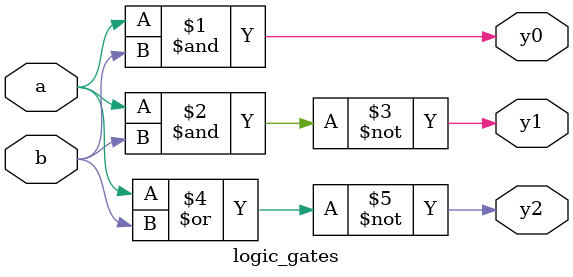
<source format=v>
`timescale 1ns / 1ps


module logic_gates(a, b, y0, y1, y2);
    input a, b;
    output y0, y1, y2;

    assign y0 = (a & b);
    assign y1 = ~(a & b);
    assign y2 = ~(a | b);

endmodule

</source>
